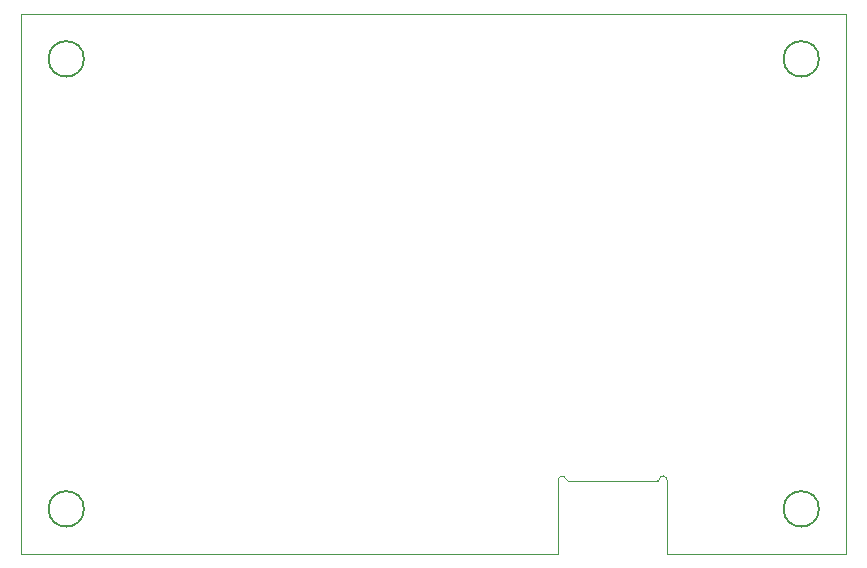
<source format=gbr>
%TF.GenerationSoftware,KiCad,Pcbnew,7.0.2*%
%TF.CreationDate,2023-05-16T16:20:19-04:00*%
%TF.ProjectId,mini_motor_go,6d696e69-5f6d-46f7-946f-725f676f2e6b,rev?*%
%TF.SameCoordinates,Original*%
%TF.FileFunction,Profile,NP*%
%FSLAX46Y46*%
G04 Gerber Fmt 4.6, Leading zero omitted, Abs format (unit mm)*
G04 Created by KiCad (PCBNEW 7.0.2) date 2023-05-16 16:20:19*
%MOMM*%
%LPD*%
G01*
G04 APERTURE LIST*
%TA.AperFunction,Profile*%
%ADD10C,0.100000*%
%TD*%
%TA.AperFunction,Profile*%
%ADD11C,0.200000*%
%TD*%
%TA.AperFunction,Profile*%
%ADD12C,0.010000*%
%TD*%
G04 APERTURE END LIST*
D10*
X184150000Y-96520000D02*
X184150000Y-50800000D01*
D11*
X119610000Y-92710000D02*
G75*
G03*
X119610000Y-92710000I-1500000J0D01*
G01*
X181840000Y-54610000D02*
G75*
G03*
X181840000Y-54610000I-1500000J0D01*
G01*
D10*
X114300000Y-96520000D02*
X114300000Y-50800000D01*
X114300000Y-50800000D02*
X184150000Y-50800000D01*
X158160000Y-96520000D02*
X114300000Y-96520000D01*
X184150000Y-96520000D02*
X170540000Y-96520000D01*
D11*
X119610000Y-54610000D02*
G75*
G03*
X119610000Y-54610000I-1500000J0D01*
G01*
X181840000Y-92710000D02*
G75*
G03*
X181840000Y-92710000I-1500000J0D01*
G01*
D12*
%TO.C,J11*%
X159750000Y-96520000D02*
X158160000Y-96520000D01*
X159750000Y-96520000D02*
X159750000Y-90320000D01*
X160550000Y-90320000D02*
X168190000Y-90320000D01*
X168990000Y-90320000D02*
X168990000Y-96520000D01*
X170540000Y-96520000D02*
X168990000Y-96520000D01*
X160075000Y-89920000D02*
G75*
G03*
X159750001Y-90320000I37499J-362499D01*
G01*
X160399999Y-90200000D02*
G75*
G03*
X160075000Y-89920001I-302498J-22499D01*
G01*
X160400001Y-90200000D02*
G75*
G03*
X160550000Y-90319999I134999J15000D01*
G01*
X168190000Y-90319999D02*
G75*
G03*
X168339999Y-90200000I15000J134999D01*
G01*
X168665000Y-89920001D02*
G75*
G03*
X168340001Y-90200000I-22500J-302499D01*
G01*
X168990000Y-90320000D02*
G75*
G03*
X168665000Y-89920000I-362500J37500D01*
G01*
%TD*%
M02*

</source>
